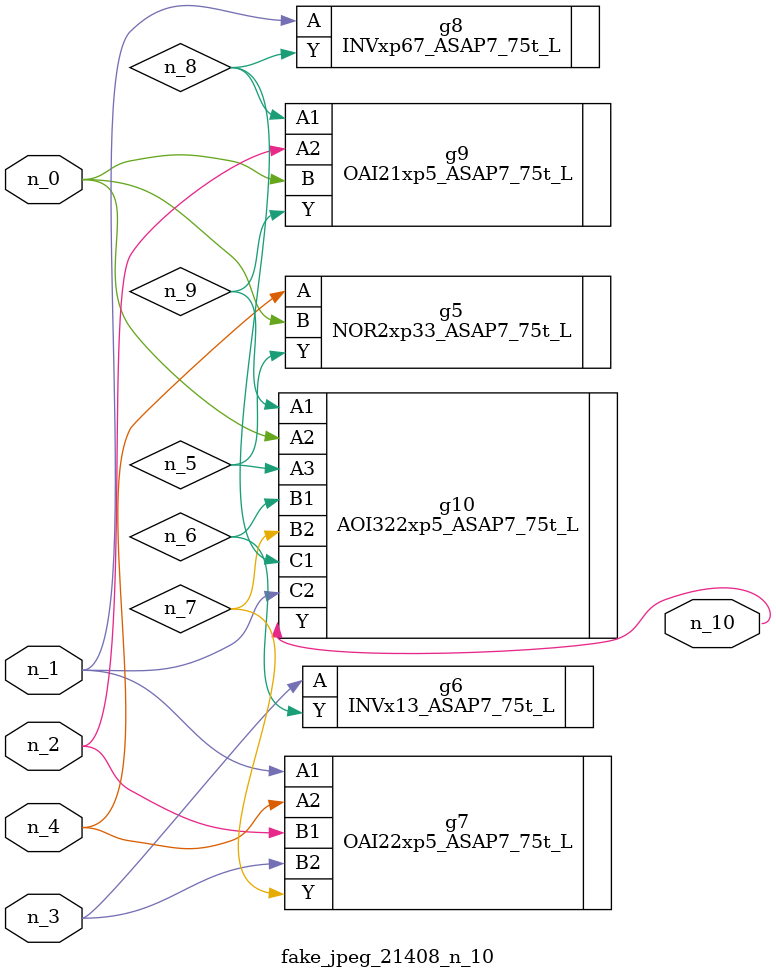
<source format=v>
module fake_jpeg_21408_n_10 (n_3, n_2, n_1, n_0, n_4, n_10);

input n_3;
input n_2;
input n_1;
input n_0;
input n_4;

output n_10;

wire n_8;
wire n_9;
wire n_6;
wire n_5;
wire n_7;

NOR2xp33_ASAP7_75t_L g5 ( 
.A(n_4),
.B(n_0),
.Y(n_5)
);

INVx13_ASAP7_75t_L g6 ( 
.A(n_3),
.Y(n_6)
);

OAI22xp5_ASAP7_75t_L g7 ( 
.A1(n_1),
.A2(n_4),
.B1(n_2),
.B2(n_3),
.Y(n_7)
);

INVxp67_ASAP7_75t_L g8 ( 
.A(n_1),
.Y(n_8)
);

OAI21xp5_ASAP7_75t_L g9 ( 
.A1(n_8),
.A2(n_2),
.B(n_0),
.Y(n_9)
);

AOI322xp5_ASAP7_75t_L g10 ( 
.A1(n_9),
.A2(n_0),
.A3(n_5),
.B1(n_6),
.B2(n_7),
.C1(n_8),
.C2(n_1),
.Y(n_10)
);


endmodule
</source>
